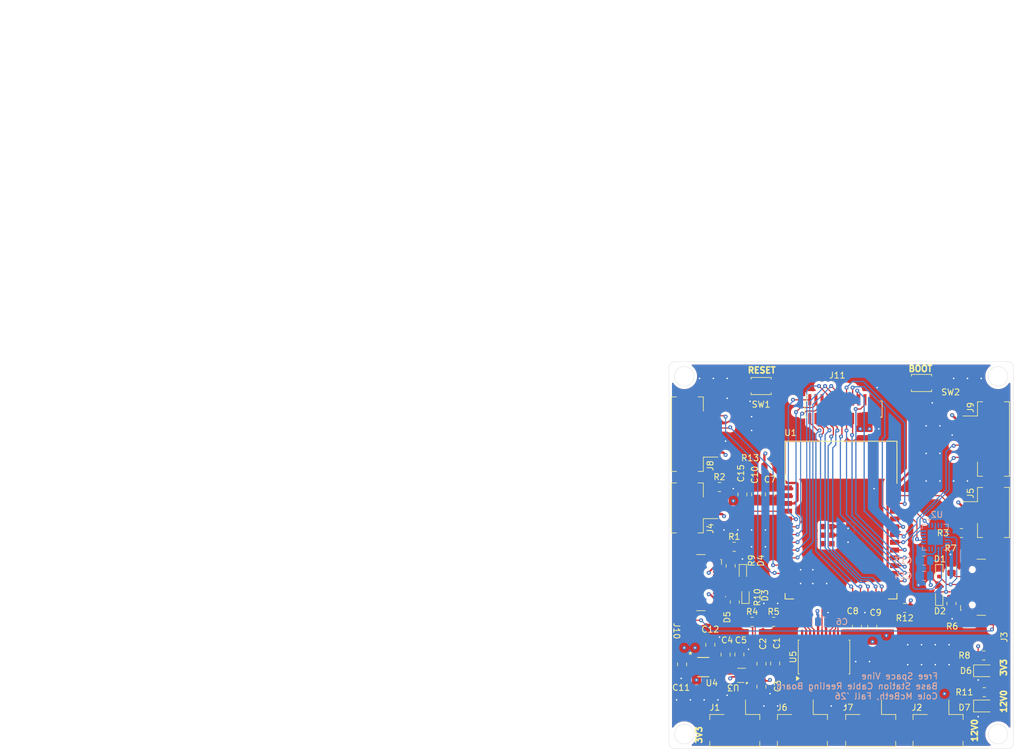
<source format=kicad_pcb>
(kicad_pcb (version 20241229) (generator "pcbnew") (generator_version "9.0")
  (layers (0 "F.Cu" signal) (4 "In1.Cu" signal) (6 "In2.Cu" signal) (2 "B.Cu" signal) (13 "F.Paste" user) (15 "B.Paste" user) (5 "F.SilkS" user "F.Silkscreen") (7 "B.SilkS" user "B.Silkscreen") (1 "F.Mask" user) (3 "B.Mask" user) (25 "Edge.Cuts" user))
  (net 0 "")
  (net 1 "GND")
  (net 2 "3V3_SUPPLY")
  (net 3 "3V3")
  (net 4 "3V3_USB")
  (net 5 "12V0")
  (net 6 "5V0")
  (net 7 "/USB2_Dp")
  (net 8 "/USB2_Dn")
  (net 9 "/USB1_Dp")
  (net 10 "/USB1_Dn")
  (net 13 "Net-(J3-CC1)")
  (net 16 "Net-(J3-CC2)")
  (net 17 "/SW1")
  (net 18 "/SW2")
  (net 19 "Net-(J6-Pin_1)")
  (net 20 "Net-(J6-Pin_2)")
  (net 21 "Net-(J7-Pin_1)")
  (net 22 "Net-(J7-Pin_2)")
  (net 23 "/ENCODER_AO1")
  (net 24 "/ENCODER_AO2")
  (net 25 "/ENCODER_BO2")
  (net 26 "/ENCODER_BO1")
  (net 27 "Net-(J10-CC1)")
  (net 28 "Net-(J10-CC2)")
  (net 29 "Net-(U3-PR1)")
  (net 30 "/MOTOR_BIN1")
  (net 31 "/MOTOR_AIN1")
  (net 32 "/RXD0")
  (net 33 "/MOTOR_BIN2")
  (net 34 "/MOTOR_AIN2")
  (net 35 "/MOTOR_PWMA")
  (net 36 "/TXD0")
  (net 37 "/MOTOR_STBY")
  (net 38 "/MOTOR_PWMB")
  (net 44 "Net-(U2-3V3OUT)")
  (net 52 "CHASSIS")
  (net 53 "/IO42")
  (net 54 "/IO14")
  (net 55 "/IO7")
  (net 56 "/IO47")
  (net 57 "/IO36")
  (net 58 "/IO18")
  (net 59 "/IO35")
  (net 60 "/IO15")
  (net 61 "/IO17")
  (net 62 "/IO2")
  (net 63 "/IO8")
  (net 64 "/IO45")
  (net 65 "/IO48")
  (net 66 "/IO39")
  (net 67 "/IO16")
  (net 68 "/IO5")
  (net 69 "/IO21")
  (net 70 "/IO6")
  (net 71 "Net-(D6-A)")
  (net 72 "Net-(D7-A)")
  (net 73 "Net-(U1-IO0)")
  (net 74 "Net-(U1-EN)")
  (footprint "Capacitor_SMD:C_0805_2012Metric" (layer "F.Cu") (at 116 105 90)
    (property "Reference" "C12")
    (property "Value" "1u")
  )
  (footprint "Resistor_SMD:R_0805_2012Metric" (layer "F.Cu") (at 157 86.75 180)
    (property "Reference" "R3")
    (property "Value" "10k")
  )
  (footprint "Capacitor_SMD:C_0805_2012Metric" (layer "F.Cu") (at 139.95 102.05 90)
    (property "Reference" "C8")
    (property "Value" "0.1u")
  )
  (footprint "Resistor_SMD:R_0805_2012Metric" (layer "F.Cu") (at 119.325 92.11 90)
    (property "Reference" "R9")
    (property "Value" "5.1k")
  )
  (footprint "Resistor_SMD:R_0805_2012Metric" (layer "F.Cu") (at 126.3375 101.25)
    (property "Reference" "R5")
    (property "Value" "10k")
  )
  (footprint "TCR2EF33_LM_CT:SOT-25   SMV_TOS" (layer "F.Cu") (at 114.8556 108.649999)
    (property "Reference" "U4")
    (property "Value" "TCR2EF33_LMCT")
  )
  (footprint "Capacitor_SMD:C_0805_2012Metric" (layer "F.Cu") (at 123.5 80.45 90)
    (property "Reference" "C10")
    (property "Value" "10u")
  )
  (footprint "Capacitor_SMD:C_0805_2012Metric" (layer "F.Cu") (at 120.75 106.6 90)
    (property "Reference" "C5")
    (property "Value" "4.7u")
  )
  (footprint "Resistor_SMD:R_0805_2012Metric" (layer "F.Cu") (at 120 98.0225 -90)
    (property "Reference" "R10")
    (property "Value" "5.1k")
  )
  (footprint "Diode_SMD:D_SOD-523" (layer "F.Cu") (at 121.325 93.16 -90)
    (property "Reference" "D4")
    (property "Value" "D_TVS")
  )
  (footprint "LED_SMD:LED_0805_2012Metric" (layer "F.Cu") (at 160.6875 115)
    (property "Reference" "D7")
    (property "Value" "LED")
  )
  (footprint "Capacitor_SMD:C_0805_2012Metric" (layer "F.Cu") (at 125.75 80.45 90)
    (property "Reference" "C7")
    (property "Value" "0.1u")
  )
  (footprint "Connector_JST:JST_PH_B2B-PH-SM4-TB_1x02-1MP_P2.00mm_Vertical" (layer "F.Cu") (at 120 117.25 180)
    (property "Reference" "J1")
    (property "Value" "Conn_01x02_Pin")
  )
  (footprint "Connector_JST:JST_PH_B2B-PH-SM4-TB_1x02-1MP_P2.00mm_Vertical" (layer "F.Cu") (at 153.2 117.25 180)
    (property "Reference" "J2")
    (property "Value" "Conn_01x02_Pin")
  )
  (footprint "Resistor_SMD:R_0805_2012Metric" (layer "F.Cu") (at 117.5 79.25)
    (property "Reference" "R2")
    (property "Value" "10k")
  )
  (footprint "LED_SMD:LED_0805_2012Metric" (layer "F.Cu") (at 160.6875 109.25)
    (property "Reference" "D6")
    (property "Value" "LED")
  )
  (footprint "Connector_PinSocket_1.00mm:PinSocket_2x12_P1.00mm_Vertical_SMD" (layer "F.Cu") (at 137.75 66.525 90)
    (property "Reference" "J11")
    (property "Value" "Conn_02x12_Odd_Even")
  )
  (footprint "Diode_SMD:D_SOD-523" (layer "F.Cu") (at 153.39 97.31 90)
    (property "Reference" "D2")
    (property "Value" "D_TVS")
  )
  (footprint "Resistor_SMD:R_0805_2012Metric" (layer "F.Cu") (at 147.75 99 180)
    (property "Reference" "R12")
    (property "Value" "10k")
  )
  (footprint "Resistor_SMD:R_0805_2012Metric" (layer "F.Cu") (at 155.39 98.2725 -90)
    (property "Reference" "R6")
    (property "Value" "5.1k")
  )
  (footprint "Diode_SMD:D_SOD-523" (layer "F.Cu") (at 153.39 93.16 -90)
    (property "Reference" "D1")
    (property "Value" "D_TVS")
  )
  (footprint "Resistor_SMD:R_0805_2012Metric" (layer "F.Cu") (at 122.8375 101.25)
    (property "Reference" "R4")
    (property "Value" "10k")
  )
  (footprint "Package_SO:SSOP-24_5.3x8.2mm_P0.65mm" (layer "F.Cu") (at 134.575 107 90)
    (property "Reference" "U5")
    (property "Value" "TB6612FNG")
  )
  (footprint "Resistor_SMD:R_0805_2012Metric" (layer "F.Cu") (at 160.6625 106.75)
    (property "Reference" "R8")
    (property "Value" "260")
  )
  (footprint "Diode_SMD:D_0201_0603Metric_Pad0.64x0.40mm_HandSolder" (layer "F.Cu") (at 118.5 98.1825 -90)
    (property "Reference" "D5")
    (property "Value" "D_TVS")
  )
  (footprint "Connector_USB:USB_C_Receptacle_GCT_USB4110" (layer "F.Cu") (at 113.325 94.86 -90)
    (property "Reference" "J10")
    (property "Value" "USB_C_Receptacle_USB2.0_14P")
  )
  (footprint "ESP32-S3-WROOM-1-N16R8:ESP32-S3-WROOM-1_EXP" (layer "F.Cu") (at 137.35 84.64)
    (property "Reference" "U1")
    (property "Value" "ESP32-S3-WROOM-1-N16R8")
  )
  (footprint "Connector_JST:JST_PH_B2B-PH-SM4-TB_1x02-1MP_P2.00mm_Vertical" (layer "F.Cu") (at 142.2 117.25 180)
    (property "Reference" "J7")
    (property "Value" "Conn_01x02_Pin")
  )
  (footprint "Capacitor_SMD:C_0805_2012Metric" (layer "F.Cu") (at 124.35 108.1 90)
    (property "Reference" "C2")
    (property "Value" "0.1u")
  )
  (footprint "Connector_JST:JST_PH_B2B-PH-SM4-TB_1x02-1MP_P2.00mm_Vertical" (layer "F.Cu") (at 131.05 117.25 180)
    (property "Reference" "J6")
    (property "Value" "Conn_01x02_Pin")
  )
  (footprint "Resistor_SMD:R_0805_2012Metric" (layer "F.Cu") (at 160.75 112.75)
    (property "Reference" "R11")
    (property "Value" "2k")
  )
  (footprint "Connector_JST:JST_PH_B4B-PH-SM4-TB_1x04-1MP_P2.00mm_Vertical" (layer "F.Cu") (at 114 70.6 90)
    (property "Reference" "J8")
    (property "Value" "Conn_01x04")
  )
  (footprint "Button_Switch_SMD:SW_SPST_B3U-1000P" (layer "F.Cu") (at 124.3 62.75)
    (property "Reference" "SW1")
    (property "Value" "SW_Push")
  )
  (footprint "Connector_USB:USB_C_Receptacle_GCT_USB4110" (layer "F.Cu") (at 161.39 95.61 90)
    (property "Reference" "J3")
    (property "Value" "USB_C_Receptacle_USB2.0_14P")
  )
  (footprint "Capacitor_SMD:C_0805_2012Metric" (layer "F.Cu") (at 121.25 80.45 90)
    (property "Reference" "C15")
    (property "Value" "1u")
  )
  (footprint "Resistor_SMD:R_0805_2012Metric" (layer "F.Cu") (at 155.39 92.36 90)
    (property "Reference" "R7")
    (property "Value" "5.1k")
  )
  (footprint "Capacitor_SMD:C_0805_2012Metric" (layer "F.Cu") (at 118.5 106.6 90)
    (property "Reference" "C4")
    (property "Value" "0.1u")
  )
  (footprint "Connector_JST:JST_PH_B4B-PH-SM4-TB_1x04-1MP_P2.00mm_Vertical" (layer "F.Cu") (at 160.5 71.4 -90)
    (property "Reference" "J9")
    (property "Value" "Conn_01x04")
  )
  (footprint "Button_Switch_SMD:SW_SPST_B3U-1000P" (layer "F.Cu") (at 150.5 62.25 180)
    (property "Reference" "SW2")
    (property "Value" "SW_Push")
  )
  (footprint "Resistor_SMD:R_0805_2012Metric" (layer "F.Cu") (at 119.9125 89)
    (property "Reference" "R1")
    (property "Value" "1M")
  )
  (footprint "Capacitor_SMD:C_0805_2012Metric" (layer "F.Cu") (at 126.6 108.05 90)
    (property "Reference" "C1")
    (property "Value" "4.7u")
  )
  (footprint "Capacitor_SMD:C_0805_2012Metric" (layer "F.Cu") (at 111.4 108.2 -90)
    (property "Reference" "C11")
    (property "Value" "0.1u")
  )
  (footprint "Connector_JST:JST_PH_B2B-PH-SM4-TB_1x02-1MP_P2.00mm_Vertical" (layer "F.Cu") (at 160.5 83.4 -90)
    (property "Reference" "J5")
    (property "Value" "Conn_01x02_Pin")
  )
  (footprint "Diode_SMD:D_SOD-523" (layer "F.Cu") (at 121.75 97 90)
    (property "Reference" "D3")
    (property "Value" "D_TVS")
  )
  (footprint "Capacitor_SMD:C_0805_2012Metric" (layer "F.Cu") (at 124.35 111.85 -90)
    (property "Reference" "C3")
    (property "Value" "1u")
  )
  (footprint "Package_TO_SOT_SMD:SOT-583-8" (layer "F.Cu") (at 121.11 110 180)
    (property "Reference" "U3")
    (property "Value" "TPS2116DRL")
  )
  (footprint "Capacitor_SMD:C_0805_2012Metric" (layer "F.Cu") (at 142.45 102.05 90)
    (property "Reference" "C9")
    (property "Value" "4.7u")
  )
  (footprint "Connector_JST:JST_PH_B2B-PH-SM4-TB_1x02-1MP_P2.00mm_Vertical" (layer "F.Cu") (at 114 82.65 90)
    (property "Reference" "J4")
    (property "Value" "Conn_01x02_Pin")
  )
  (footprint "Resistor_SMD:R_0805_2012Metric" (layer "F.Cu") (at 125.75 76)
    (property "Reference" "R13")
    (property "Value" "10k")
  )
  (footprint "Package_DFN_QFN:QFN-20-1EP_4x4mm_P0.5mm_EP2.5x2.5mm" (layer "B.Cu") (at 152.75 87.4375 -90)
    (property "Reference" "U2")
    (property "Value" "FT231XQ")
  )
  (footprint "Capacitor_SMD:C_0805_2012Metric" (layer "B.Cu") (at 134.55 101.25)
    (property "Reference" "C6")
    (property "Value" "0.1u")
  )
  (footprint "Capacitor_SMD:C_0805_2012Metric" (layer "B.Cu") (at 150.95 93.75 180)
    (property "Reference" "C14")
    (property "Value" "4.7u")
  )
  (footprint "Capacitor_SMD:C_0805_2012Metric" (layer "B.Cu") (at 150.95 91.25 180)
    (property "Reference" "C13")
    (property "Value" "0.1u")
  )
  (gr_line (start 165.5 59.75) (end 165.5 121) (stroke (width 0.05)) (layer "Edge.Cuts"))
  (gr_arc (start 110.25 122) (mid 109.542893 121.707107) (end 109.25 121) (stroke (width 0.05)) (layer "Edge.Cuts"))
  (gr_line (start 109.25 121) (end 109.25 59.75) (stroke (width 0.05)) (layer "Edge.Cuts"))
  (gr_line (start 110.25 58.75) (end 164.5 58.75) (stroke (width 0.05)) (layer "Edge.Cuts"))
  (gr_circle (center 163 61.15) (end 164.6 61.15) (stroke (width 0.05)) (fill no) (layer "Edge.Cuts"))
  (gr_circle (center 163 119.6) (end 164.6 119.6) (stroke (width 0.05)) (fill no) (layer "Edge.Cuts"))
  (gr_line (start 164.5 122) (end 110.25 122) (stroke (width 0.05)) (layer "Edge.Cuts"))
  (gr_arc (start 164.5 58.75) (mid 165.207107 59.042893) (end 165.5 59.75) (stroke (width 0.05)) (layer "Edge.Cuts"))
  (gr_circle (center 111.75 61.15) (end 113.35 61.15) (stroke (width 0.05)) (fill no) (layer "Edge.Cuts"))
  (gr_arc (start 165.5 121) (mid 165.207107 121.707107) (end 164.5 122) (stroke (width 0.05)) (layer "Edge.Cuts"))
  (gr_circle (center 111.75 119.6) (end 113.35 119.6) (stroke (width 0.05)) (fill no) (layer "Edge.Cuts"))
  (gr_arc (start 109.25 59.75) (mid 109.542893 59.042893) (end 110.25 58.75) (stroke (width 0.05)) (layer "Edge.Cuts"))
  (gr_text "3V3" (at 114.75 121.25 90) (layer "F.SilkS") (effects (font (size 0.9906 0.9906) (thickness 0.24765) (bold yes)) (justify left bottom)))
  (gr_text "RESET" (at 122 60.75 0) (layer "F.SilkS") (effects (font (size 0.9906 0.9906) (thickness 0.24765) (bold yes)) (justify left bottom)))
  (gr_text "12V0" (at 159.75 121 90) (layer "F.SilkS") (effects (font (size 0.9906 0.9906) (thickness 0.24765) (bold yes)) (justify left bottom)))
  (gr_text "3V3" (at 164.5 110.25 90) (layer "F.SilkS") (effects (font (size 0.9906 0.9906) (thickness 0.24765) (bold yes)) (justify left bottom)))
  (gr_text "BOOT" (at 148.25 60.5 0) (layer "F.SilkS") (effects (font (size 0.9906 0.9906) (thickness 0.24765) (bold yes)) (justify left bottom)))
  (gr_text "12V0" (at 164.5 116.25 90) (layer "F.SilkS") (effects (font (size 0.9906 0.9906) (thickness 0.24765) (bold yes)) (justify left bottom)))
  (gr_text "Free Space Vine\nBase Station Cable Reeling Board\nCole McBeth, Fall '26" (at 153.25 114 0) (layer "B.SilkS") (effects (font (size 1.016 1.016) (thickness 0.1524)) (justify left bottom mirror)))
  (segment (start 111.4 110.35) (end 111.25 110.5) (width 0.381) (layer "F.Cu") (net 1))
  (segment (start 113.7112 108.649999) (end 111.900001 108.649999) (width 0.381) (layer "F.Cu") (net 1))
  (segment (start 125.55 112.8) (end 125.75 113) (width 0.254) (layer "F.Cu") (net 1))
  (segment (start 119 113.5) (end 118.75 113.25) (width 0.381) (layer "F.Cu") (net 1))
  (segment (start 134.9 103.5) (end 134.9 100.363633) (width 0.381) (layer "F.Cu") (net 1))
  (segment (start 122.6 62.75) (end 122.6 65.15) (width 0.381) (layer "F.Cu") (net 1))
  (segment (start 114.5 71.6) (end 118.35 71.6) (width 0.381) (layer "F.Cu") (net 1))
  (segment (start 119 116.75) (end 119 113.5) (width 0.381) (layer "F.Cu") (net 1))
  (segment (start 160 70.4) (end 155.85 70.4) (width 0.381) (layer "F.Cu") (net 1))
  (segment (start 155.85 70.4) (end 155.5 70.75) (width 0.381) (layer "F.Cu") (net 1))
  (segment (start 122.3 110.75) (end 124.35 112.8) (width 0.254) (layer "F.Cu") (net 1))
  (segment (start 121.85 110.75) (end 122.3 110.75) (width 0.254) (layer "F.Cu") (net 1))
  (segment (start 135.2323 100.031333) (end 135.2323 99.75) (width 0.381) (layer "F.Cu") (net 1))
  (segment (start 159.75 115) (end 159.75 116.75) (width 0.1778) (layer "F.Cu") (net 1))
  (segment (start 124.35 112.8) (end 125.55 112.8) (width 0.254) (layer "F.Cu") (net 1))
  (segment (start 118.35 71.6) (end 118.5 71.75) (width 0.381) (layer "F.Cu") (net 1))
  (segment (start 122.6 65.15) (end 122.5 65.25) (width 0.381) (layer "F.Cu") (net 1))
  (segment (start 152.2 63) (end 152.2 65.45) (width 0.381) (layer "F.Cu") (net 1))
  (segment (start 134.9 100.363633) (end 135.2323 100.031333) (width 0.381) (layer "F.Cu") (net 1))
  (segment (start 111.900001 108.649999) (end 111.4 109.15) (width 0.381) (layer "F.Cu") (net 1))
  (segment (start 152.2 65.45) (end 152.25 65.5) (width 0.381) (layer "F.Cu") (net 1))
  (segment (start 111.4 109.15) (end 111.4 110.35) (width 0.381) (layer "F.Cu") (net 1))
  (via (at 122.25 105.75) (size 0.6604) (drill 0.254) (layers "F.Cu" "B.Cu") (net 1))
  (via (at 130.75 92.75) (size 0.6604) (drill 0.254) (layers "F.Cu" "B.Cu") (net 1))
  (via (at 155.25 90.25) (size 0.6604) (drill 0.254) (layers "F.Cu" "B.Cu") (net 1))
  (via (at 150 95.25) (size 0.6604) (drill 0.254) (layers "F.Cu" "B.Cu") (net 1))
  (via (at 122.75 70) (size 0.6604) (drill 0.254) (layers "F.Cu" "B.Cu") (net 1))
  (via (at 141.25 99.75) (size 0.6604) (drill 0.254) (layers "F.Cu" "B.Cu") (net 1))
  (via (at 118.75 61.5) (size 0.6604) (drill 0.254) (layers "F.Cu" "B.Cu") (net 1))
  (via (at 151.25 78.25) (size 0.6604) (drill 0.254) (layers "F.Cu" "B.Cu") (net 1))
  (via (at 115 114) (size 0.6604) (drill 0.254) (layers "F.Cu" "B.Cu") (net 1))
  (via (at 125.75 113) (size 0.6604) (drill 0.254) (layers "F.Cu" "B.Cu") (net 1))
  (via (at 155.75 61.5) (size 0.6604) (drill 0.254) (layers "F.Cu" "B.Cu") (net 1))
  (via (at 118.5 71.75) (size 0.6604) (drill 0.254) (layers "F.Cu" "B.Cu") (net 1))
  (via (at 122.75 89) (size 0.6604) (drill 0.254) (layers "F.Cu" "B.Cu") (net 1))
  (via (at 158 78.25) (size 0.6604) (drill 0.254) (layers "F.Cu" "B.Cu") (net 1))
  (via (at 111.25 110.5) (size 0.6604) (drill 0.254) (layers "F.Cu" "B.Cu") (net 1))
  (via (at 139.75 107.75) (size 0.6604) (drill 0.254) (layers "F.Cu" "B.Cu") (net 1))
  (via (at 143.25 63) (size 0.6604) (drill 0.254) (layers "F.Cu" "B.Cu") (net 1))
  (via (at 155.75 78.25) (size 0.6604) (drill 0.254) (layers "F.Cu" "B.Cu") (net 1))
  (via (at 143.5 69.75) (size 0.6604) (drill 0.254) (layers "F.Cu" "B.Cu") (net 1))
  (via (at 159.75 110.75) (size 0.6604) (drill 0.254) (layers "F.Cu" "B.Cu") (net 1))
  (via (at 152.25 65.5) (size 0.6604) (drill 0.254) (layers "F.Cu" "B.Cu") (net 1))
  (via (at 155 105) (size 0.6604) (drill 0.254) (layers "F.Cu" "B.Cu") (net 1))
  (via (at 155.5 70.75) (size 0.6604) (drill 0.254) (layers "F.Cu" "B.Cu") (net 1))
  (via (at 138.5 88.25) (size 0.6604) (drill 0.254) (layers "F.Cu" "B.Cu") (net 1))
  (via (at 148.25 105) (size 0.6604) (drill 0.254) (layers "F.Cu" "B.Cu") (net 1))
  (via (at 152.75 105) (size 0.6604) (drill 0.254) (layers "F.Cu" "B.Cu") (net 1))
  (via (at 119.75 79.5) (size 0.6604) (drill 0.254) (layers "F.Cu" "B.Cu") (net 1))
  (via (at 117.25 114) (size 0.6604) (drill 0.254) (layers "F.Cu" "B.Cu") (net 1))
  (via (at 116.5 61.5) (size 0.6604) (drill 0.254) (layers "F.Cu" "B.Cu") (net 1))
  (via (at 117.5 103.75) (size 0.6604) (drill 0.254) (layers "F.Cu" "B.Cu") (net 1))
  (via (at 118.75 113.25) (size 0.6604) (drill 0.254) (layers "F.Cu" "B.Cu") (net 1))
  (via (at 150.25 115.25) (size 0.6604) (drill 0.254) (layers "F.Cu" "B.Cu") (net 1))
  (via (at 135.2323 99.75) (size 0.6604) (drill 0.254) (layers "F.Cu" "B.Cu") (net 1))
  (via (at 138.5 86) (size 0.6604) (drill 0.254) (layers "F.Cu" "B.Cu") (net 1))
  (via (at 124.75 115) (size 0.6604) (drill 0.254) (layers "F.Cu" "B.Cu") (net 1))
  (via (at 125 89) (size 0.6604) (drill 0.254) (layers "F.Cu" "B.Cu") (net 1))
  (via (at 151.25 73.75) (size 0.6604) (drill 0.254) (layers "F.Cu" "B.Cu") (net 1))
  (via (at 122.5 65.25) (size 0.6604) (drill 0.254) (layers "F.Cu" "B.Cu") (net 1))
  (via (at 153.5 69.25) (size 0.6604) (drill 0.254) (layers "F.Cu" "B.Cu") (net 1))
  (via (at 153.5 73.75) (size 0.6604) (drill 0.254) (layers "F.Cu" "B.Cu") (net 1))
  (via (at 112.75 114) (size 0.6604) (drill 0.254) (layers "F.Cu" "B.Cu") (net 1))
  (via (at 122.75 86.25) (size 0.6604) (drill 0.254) (layers "F.Cu" "B.Cu") (net 1))
  (via (at 151.25 69.25) (size 0.6604) (drill 0.254) (layers "F.Cu" "B.Cu") (net 1))
  (via (at 132.75 95) (size 0.6604) (drill 0.254) (layers "F.Cu" "B.Cu") (net 1))
  (via (at 125 86.25) (size 0.6604) (drill 0.254) (layers "F.Cu" "B.Cu") (net 1))
  (via (at 127 115) (size 0.6604) (drill 0.254) (layers "F.Cu" "B.Cu") (net 1))
  (via (at 135 95) (size 0.6604) (drill 0.254) (layers "F.Cu" "B.Cu") (net 1))
  (via (at 118.75 64.75) (size 0.6604) (drill 0.254) (layers "F.Cu" "B.Cu") (net 1))
  (via (at 153.5 78.25) (size 0.6604) (drill 0.254) (layers "F.Cu" "B.Cu") (net 1))
  (via (at 138 115) (size 0.6604) (drill 0.254) (layers "F.Cu" "B.Cu") (net 1))
  (via (at 114.25 61.5) (size 0.6604) (drill 0.254) (layers "F.Cu" "B.Cu") (net 1))
  (via (at 152.75 108.25) (size 0.6604) (drill 0.254) (layers "F.Cu" "B.Cu") (net 1))
  (via (at 132.75 92.75) (size 0.6604) (drill 0.254) (layers "F.Cu" "B.Cu") (net 1))
  (via (at 130.75 95) (size 0.6604) (drill 0.254) (layers "F.Cu" "B.Cu") (net 1))
  (via (at 159.75 116.75) (size 0.6604) (drill 0.254) (layers "F.Cu" "B.Cu") (net 1))
  (via (at 121.25 91) (size 0.6604) (drill 0.254) (layers "F.Cu" "B.Cu") (net 1))
  (via (at 118.25 86.25) (size 0.6604) (drill 0.254) (layers "F.Cu" "B.Cu") (net 1))
  (via (at 158 61.5) (size 0.6604) (drill 0.254) (layers "F.Cu" "B.Cu") (net 1))
  (via (at 160.25 61.5) (size 0.6604) (drill 0.254) (layers "F.Cu" "B.Cu") (net 1))
  (via (at 150.5 105) (size 0.6604) (drill 0.254) (layers "F.Cu" "B.Cu") (net 1))
  (via (at 110.5 114) (size 0.6604) (drill 0.254) (layers "F.Cu" "B.Cu") (net 1))
  (via (at 148.25 108.25) (size 0.6604) (drill 0.254) (layers "F.Cu" "B.Cu") (net 1))
  (via (at 127 98.25) (size 0.6604) (drill 0.254) (layers "F.Cu" "B.Cu") (net 1))
  (via (at 155.5 100.75) (size 0.6604) (drill 0.254) (layers "F.Cu" "B.Cu") (net 1))
  (via (at 122.75 67.75) (size 0.6604) (drill 0.254) (layers "F.Cu" "B.Cu") (net 1))
  (via (at 142.75 79.5) (size 0.6604) (drill 0.254) (layers "F.Cu" "B.Cu") (net 1))
  (via (at 120.5 86.25) (size 0.6604) (drill 0.254) (layers "F.Cu" "B.Cu") (net 1))
  (via (at 135.75 115) (size 0.6604) (drill 0.254) (layers "F.Cu" "B.Cu") (net 1))
  (via (at 155 108.25) (size 0.6604) (drill 0.254) (layers "F.Cu" "B.Cu") (net 1))
  (via (at 142 107.75) (size 0.6604) (drill 0.254) (layers "F.Cu" "B.Cu") (net 1))
  (via (at 124.75 98.25) (size 0.6604) (drill 0.254) (layers "F.Cu" "B.Cu") (net 1))
  (via (at 150.5 108.25) (size 0.6604) (drill 0.254) (layers "F.Cu" "B.Cu") (net 1))
  (segment (start 152.75 85.5) (end 152.75 87.4375) (width 0.254) (layer "B.Cu") (net 1))
  (segment (start 152.394484 90.197) (end 151.053 90.197) (width 0.254) (layer "B.Cu") (net 1))
  (segment (start 152.75 89.841484) (end 152.394484 90.197) (width 0.254) (layer "B.Cu") (net 1))
  (segment (start 135.2323 100.9823) (end 135.5 101.25) (width 0.381) (layer "B.Cu") (net 1))
  (segment (start 151.053 90.197) (end 150 91.25) (width 0.254) (layer "B.Cu") (net 1))
  (segment (start 150 93.75) (end 150 95.25) (width 0.254) (layer "B.Cu") (net 1))
  (segment (start 152.75 89.375) (end 152.75 89.841484) (width 0.254) (layer "B.Cu") (net 1))
  (segment (start 135.2323 99.75) (end 135.2323 100.9823) (width 0.381) (layer "B.Cu") (net 1))
  (segment (start 152.75 89.375) (end 152.75 87.4375) (width 0.254) (layer "B.Cu") (net 1))
  (segment (start 150 91.25) (end 150 93.75) (width 0.254) (layer "B.Cu") (net 1))
  (segment (start 121.089521 109.089521) (end 122.9182 107.260842) (width 0.254) (layer "F.Cu") (net 2))
  (segment (start 126.55 109.05) (end 126.6 109) (width 0.254) (layer "F.Cu") (net 2))
  (segment (start 121.429042 109.75) (end 121.85 109.75) (width 0.254) (layer "F.Cu") (net 2))
  (segment (start 121.033 109.967) (end 121.339521 109.660479) (width 0.254) (layer "F.Cu") (net 2))
  (segment (start 121.187 116.563) (end 121 116.75) (width 0.254) (layer "F.Cu") (net 2))
  (segment (start 121.089521 109.410479) (end 121.089521 109.089521) (width 0.254) (layer "F.Cu") (net 2))
  (segment (start 121.339521 109.660479) (end 121.429042 109.75) (width 0.254) (layer "F.Cu") (net 2))
  (segment (start 124.35 109.05) (end 126.55 109.05) (width 0.254) (layer "F.Cu") (net 2))
  (segment (start 121.85 109.75) (end 123.65 109.75) (width 0.254) (layer "F.Cu") (net 2))
  (segment (start 121.089521 109.410479) (end 121.339521 109.660479) (width 0.254) (layer "F.Cu") (net 2))
  (segment (start 121.033 116.717) (end 121.033 109.967) (width 0.254) (layer "F.Cu") (net 2))
  (segment (start 123.65 109.75) (end 124.35 109.05) (width 0.254) (layer "F.Cu") (net 2))
  (segment (start 121 116.75) (end 121.033 116.717) (width 0.254) (layer "F.Cu") (net 2))
  (segment (start 122.9182 102.2432) (end 121.925 101.25) (width 0.254) (layer "F.Cu") (net 2))
  (segment (start 120.929042 109.25) (end 121.089521 109.410479) (width 0.254) (layer "F.Cu") (net 2))
  (segment (start 120.37 109.25) (end 120.929042 109.25) (width 0.254) (layer "F.Cu") (net 2))
  (segment (start 122.9182 107.260842) (end 122.9182 102.2432) (width 0.254) (layer "F.Cu") (net 2))
  (segment (start 118.1 73.6) (end 118.5 74) (width 0.381) (layer "F.Cu") (net 3))
  (segment (start 123.7 110.25) (end 124.35 110.9) (width 0.254) (layer "F.Cu") (net 3))
  (segment (start 117.9 83.65) (end 118.25 84) (width 0.381) (layer "F.Cu") (net 3))
  (segment (start 156.4 68.4) (end 155.5 67.5) (width 0.381) (layer "F.Cu") (net 3))
  (segment (start 148.6625 97.8375) (end 148.75 97.75) (width 0.381) (layer "F.Cu") (net 3))
  (segment (start 159.75 106.75) (end 159.75 105.25) (width 0.1778) (layer "F.Cu") (net 3))
  (segment (start 133.5 100.05) (end 133.6 100.15) (width 0.381) (layer "F.Cu") (net 3))
  (segment (start 114.5 83.65) (end 117.9 83.65) (width 0.381) (layer "F.Cu") (net 3))
  (segment (start 124.35 110.9) (end 125.6 110.9) (width 0.254) (layer "F.Cu") (net 3))
  (segment (start 133.6 100.15) (end 133.6 103.5) (width 0.381) (layer "F.Cu") (net 3))
  (segment (start 124.8375 73.9125) (end 125 73.75) (width 0.381) (layer "F.Cu") (net 3))
  (segment (start 160 82.4) (end 157.15 82.4) (width 0.381) (layer "F.Cu") (net 3))
  (segment (start 120.37 110.25) (end 119.5 110.25) (width 0.254) (layer "F.Cu") (net 3))
  (segment (start 157.15 82.4) (end 156.5 81.75) (width 0.381) (layer "F.Cu") (net 3))
  (segment (start 148.6625 99) (end 148.6625 97.8375) (width 0.381) (layer "F.Cu") (net 3))
  (segment (start 121.85 110.25) (end 123.7 110.25) (width 0.254) (layer "F.Cu") (net 3))
  (segment (start 125.6 110.9) (end 125.75 110.75) (width 0.254) (layer "F.Cu") (net 3))
  (segment (start 124.8375 76) (end 124.8375 73.9125) (width 0.381) (layer "F.Cu") (net 3))
  (segment (start 119.5 110.25) (end 119.25 110.5) (width 0.254) (layer "F.Cu") (net 3))
  (segment (start 133.5 99.5) (end 133.5 100.05) (width 0.381) (layer "F.Cu") (net 3))
  (segment (start 160 68.4) (end 156.4 68.4) (width 0.381) (layer "F.Cu") (net 3))
  (segment (start 114.5 73.6) (end 118.1 73.6) (width 0.381) (layer "F.Cu") (net 3))
  (via (at 140.5 69.75) (size 0.6604) (drill 0.254) (layers "F.Cu" "B.Cu") (net 3))
  (via (at 118.5 74) (size 0.6604) (drill 0.254) (layers "F.Cu" "B.Cu") (net 3))
  (via (at 125 73.75) (size 0.6604) (drill 0.254) (layers "F.Cu" "B.Cu") (net 3))
  (via (at 155.5 67.5) (size 0.6604) (drill 0.254) (layers "F.Cu" "B.Cu") (net 3))
  (via (at 119.75 81.5) (size 0.6604) (drill 0.254) (layers "F.Cu" "B.Cu") (net 3))
  (via (at 159.75 105.25) (size 0.6604) (drill 0.254) (layers "F.Cu" "B.Cu") (net 3))
  (via (at 133.5 99.5) (size 0.6604) (drill 0.254) (layers "F.Cu" "B.Cu") (net 3))
  (via (at 148.75 97.75) (size 0.6604) (drill 0.254) (layers "F.Cu" "B.Cu") (net 3))
  (via (at 119.25 110.5) (size 0.6604) (drill 0.254) (layers "F.Cu" "B.Cu") (net 3))
  (via (at 142 69.75) (size 0.6604) (drill 0.254) (layers "F.Cu" "B.Cu") (net 3))
  (via (at 118.25 84) (size 0.6604) (drill 0.254) (layers "F.Cu" "B.Cu") (net 3))
  (via (at 152 95.25) (size 0.6604) (drill 0.254) (layers "F.Cu" "B.Cu") (net 3))
  (via (at 125.75 110.75) (size 0.6604) (drill 0.254) (layers "F.Cu" "B.Cu") (net 3))
  (via (at 156.5 81.75) (size 0.6604) (drill 0.254) (layers "F.Cu" "B.Cu") (net 3))
  (segment (start 133.5 99.5) (end 133.5 100.05) (width 0.381) (layer "B.Cu") (net 3))
  (segment (start 153.25 89.375) (end 153.25 91) (width 0.254) (layer "B.Cu") (net 3))
  (segment (start 151.9 93.75) (end 151.9 95.15) (width 0.254) (layer "B.Cu") (net 3))
  (segment (start 133.6 100.15) (end 133.6 101.25) (width 0.381) (layer "B.Cu") (net 3))
  (segment (start 153.25 91) (end 153 91.25) (width 0.254) (layer "B.Cu") (net 3))
  (segment (start 133.5 100.05) (end 133.6 100.15) (width 0.381) (layer "B.Cu") (net 3))
  (segment (start 151.9 95.15) (end 152 95.25) (width 0.254) (layer "B.Cu") (net 3))
  (segment (start 151.9 91.25) (end 151.9 93.75) (width 0.254) (layer "B.Cu") (net 3))
  (segment (start 153 91.25) (end 151.9 91.25) (width 0.254) (layer "B.Cu") (net 3))
  (segment (start 118.050002 109.75) (end 120.37 109.75) (width 0.254) (layer "F.Cu") (net 4))
  (segment (start 116 107.699998) (end 118.050002 109.75) (width 0.254) (layer "F.Cu") (net 4))
  (segment (start 131 103.5) (end 131 104.497858) (width 0.381) (layer "F.Cu") (net 5))
  (segment (start 154.2 113.05) (end 154.25 113) (width 0.381) (layer "F.Cu") (net 5))
  (segment (start 131.343642 104.8415) (end 137.156358 104.8415) (width 0.381) (layer "F.Cu") (net 5))
  (segment (start 131 104.497858) (end 131.343642 104.8415) (width 0.381) (layer "F.Cu") (net 5))
  (segment (start 137.5 104.497858) (end 137.5 103.5) (width 0.381) (layer "F.Cu") (net 5))
  (segment (start 137.156358 104.8415) (end 137.5 104.497858) (width 0.381) (layer "F.Cu") (net 5))
  (via (at 154.25 113) (size 0.6604) (drill 0.254) (layers "F.Cu" "B.Cu") (net 5))
  (via (at 142.5 104.5) (size 0.6604) (drill 0.254) (layers "F.Cu" "B.Cu") (net 5))
  (via (at 144.75 103.5) (size 0.6604) (drill 0.254) (layers "F.Cu" "B.Cu") (net 5))
  (segment (start 115.75 93.182072) (end 115.75 93.25) (width 0.3048) (layer "F.Cu") (net 6))
  (segment (start 116.472072 92.46) (end 115.75 93.182072) (width 0.3048) (layer "F.Cu") (net 6))
  (segment (start 117.005 97.26) (end 117.985 97.26) (width 0.3048) (layer "F.Cu") (net 6))
  (segment (start 113.661202 107.65) (end 113.7112 107.699998) (width 0.381) (layer "F.Cu") (net 6))
  (segment (start 115.75 96.75) (end 115.960113 96.75) (width 0.3048) (layer "F.Cu") (net 6))
  (segment (start 115.960113 96.75) (end 116.470113 97.26) (width 0.3048) (layer "F.Cu") (net 6))
  (segment (start 116.470113 97.26) (end 117.005 97.26) (width 0.3048) (layer "F.Cu") (net 6))
  (segment (start 117.985 97.26) (end 118.5 97.775) (width 0.3048) (layer "F.Cu") (net 6))
  (segment (start 117.005 92.46) (end 116.472072 92.46) (width 0.3048) (layer "F.Cu") (net 6))
  (via (at 113.75 110.75) (size 0.6604) (drill 0.254) (layers "F.Cu" "B.Cu") (net 6))
  (via (at 113.5 105.5) (size 0.6604) (drill 0.254) (layers "F.Cu" "B.Cu") (net 6))
  (via (at 115.75 93.25) (size 0.6604) (drill 0.254) (layers "F.Cu" "B.Cu") (net 6))
  (via (at 115.75 96.75) (size 0.6604) (drill 0.254) (layers "F.Cu" "B.Cu") (net 6))
  (via (at 111.75 105.5) (size 0.6604) (drill 0.254) (layers "F.Cu" "B.Cu") (net 6))
  (segment (start 156.8451 95.1549) (end 155.25 95.1549) (width 0.1778) (layer "F.Cu") (net 7))
  (segment (start 154.6849 95.1549) (end 153.39 93.86) (width 0.1778) (layer "F.Cu") (net 7))
  (segment (start 157.71 94.86) (end 157.116876 94.86) (width 0.1778) (layer "F.Cu") (net 7))
  (segment (start 156.8451 95.131776) (end 156.8451 95.1549) (width 0.1778) (layer "F.Cu") (net 7))
  (segment (start 155.25 95.1549) (end 154.6849 95.1549) (width 0.1778) (layer "F.Cu") (net 7))
  (segment (start 157.116876 95.86) (end 157.71 95.86) (width 0.1778) (layer "F.Cu") (net 7))
  (segment (start 157.116876 94.86) (end 156.8451 95.131776) (width 0.1778) (layer "F.Cu") (net 7))
  (segment (start 156.8451 95.1549) (end 156.8451 95.588224) (width 0.1778) (layer "F.Cu") (net 7))
  (segment (start 156.8451 95.588224) (end 157.116876 95.86) (width 0.1778) (layer "F.Cu") (net 7))
  (via (at 155.25 95.1549) (size 0.6604) (drill 0.254) (layers "F.Cu" "B.Cu") (net 7))
  (segment (start 156.25 94.1549) (end 155.25 95.1549) (width 0.1778) (layer "B.Cu") (net 7))
  (segment (start 156.25 87.75) (end 156.25 94.1549) (width 0.1778) (layer "B.Cu") (net 7))
  (segment (start 154.6875 87.4375) (end 155.9375 87.4375) (width 0.1778) (layer "B.Cu") (net 7))
  (segment (start 155.9375 87.4375) (end 156.25 87.75) (width 0.1778) (layer "B.Cu") (net 7))
  (segment (start 157.71 96.36) (end 154.5 96.36) (width 0.1778) (layer "F.Cu") (net 8))
  (segment (start 158.5749 95.631776) (end 158.5749 96.088224) (width 0.1778) (layer "F.Cu") (net 8))
  (segment (start 154.5 96.36) (end 153.64 96.36) (width 0.1778) (layer "F.Cu") (net 8))
  (segment (start 158.303124 95.36) (end 158.5749 95.631776) (width 0.1778) (layer "F.Cu") (net 8))
  (segment (start 153.64 96.36) (end 153.39 96.61) (width 0.1778) (layer "F.Cu") (net 8))
  (segment (start 158.303124 96.36) (end 157.71 96.36) (width 0.1778) (layer "F.Cu") (net 8))
  (segment (start 158.5749 96.088224) (end 158.303124 96.36) (width 0.1778) (layer "F.Cu") (net 8))
  (segment (start 157.71 95.36) (end 158.303124 95.36) (width 0.1778) (layer "F.Cu") (net 8))
  (via (at 154.5 96.36) (size 0.6604) (drill 0.254) (layers "F.Cu" "B.Cu") (net 8))
  (segment (start 155.3899 88.647702) (end 154.5 89.537602) (width 0.1778) (layer "B.Cu") (net 8))
  (segment (start 154.5 89.537602) (end 154.5 96.36) (width 0.1778) (layer "B.Cu") (net 8))
  (segment (start 155.099999 87.9375) (end 155.3899 88.227401) (width 0.1778) (layer "B.Cu") (net 8))
  (segment (start 155.3899 88.227401) (end 155.3899 88.647702) (width 0.1778) (layer "B.Cu") (net 8))
  (segment (start 154.6875 87.9375) (end 155.099999 87.9375) (width 0.1778) (layer "B.Cu") (net 8))
  (segment (start 117.005 94.61) (end 116.393914 94.61) (width 0.2032) (layer "F.Cu") (net 9))
  (segment (start 121.265 96.3) (end 121.75 96.3) (width 0.1778) (layer "F.Cu") (net 9))
  (segment (start 121.75 96.3) (end 122.75 96.3) (width 0.1778) (layer "F.Cu") (net 9))
  (segment (start 123.3 95.75) (end 128.46 95.75) (width 0.1778) (layer "F.Cu") (net 9))
  (segment (start 120.575 95.61) (end 121.265 96.3) (width 0.1778) (layer "F.Cu") (net 9))
  (segment (start 116.1274 95.3474) (end 116.39 95.61) (width 0.2032) (layer "F.Cu") (net 9))
  (segment (start 117.005 95.61) (end 120.575 95.61) (width 0.1778) (layer "F.Cu") (net 9))
  (segment (start 128.46 95.75) (end 128.6 95.89) (width 0.1778) (layer "F.Cu") (net 9))
  (segment (start 116.1274 94.876514) (end 116.1274 95.3474) (width 0.2032) (layer "F.Cu") (net 9))
  (segment (start 122.75 96.3) (end 123.3 95.75) (width 0.1778) (layer "F.Cu") (net 9))
  (segment (start 116.393914 94.61) (end 116.1274 94.876514) (width 0.2032) (layer "F.Cu") (net 9))
  (segment (start 116.39 95.61) (end 117.005 95.61) (width 0.2032) (layer "F.Cu") (net 9))
  (segment (start 117.825 95.11) (end 117.8699 95.0651) (width 0.1778) (layer "F.Cu") (net 10))
  (segment (start 117.8699 94.381776) (end 120.803224 94.381776) (width 0.1778) (layer "F.Cu") (net 10))
  (segment (start 117.598124 94.11) (end 117.005 94.11) (width 0.1778) (layer "F.Cu") (net 10))
  (segment (start 117.8699 95.0651) (end 117.8699 94.381776) (width 0.1778) (layer "F.Cu") (net 10))
  (segment (start 121.325 93.86) (end 122.085 94.62) (width 0.1778) (layer "F.Cu") (net 10))
  (segment (start 120.803224 94.381776) (end 121.325 93.86) (width 0.1778) (layer "F.Cu") (net 10))
  (segment (start 117.8699 94.381776) (end 117.598124 94.11) (width 0.1778) (layer "F.Cu") (net 10))
  (segment (start 117.005 95.11) (end 117.825 95.11) (width 0.1778) (layer "F.Cu") (net 10))
  (segment (start 122.085 94.62) (end 128.6 94.62) (width 0.1778) (layer "F.Cu") (net 10))
  (segment (start 155.39 97.36) (end 155.89 96.86) (width 0.1778) (layer "F.Cu") (net 13))
  (segment (start 155.89 96.86) (end 157.71 96.86) (width 0.1778) (layer "F.Cu") (net 13))
  (segment (start 155.9775 93.86) (end 157.71 93.86) (width 0.1778) (layer "F.Cu") (net 16))
  (segment (start 155.39 93.2725) (end 155.9775 93.86) (width 0.1778) (layer "F.Cu") (net 16))
  (segment (start 116.5875 79.25) (end 116.5875 79.5625) (width 0.1778) (layer "F.Cu") (net 17))
  (segment (start 118.79 83.19) (end 128.6 83.19) (width 0.1778) (layer "F.Cu") (net 17))
  (segment (start 116.5875 79.5625) (end 114.5 81.65) (width 0.1778) (layer "F.Cu") (net 17))
  (segment (start 117.25 81.65) (end 118.79 83.19) (width 0.1778) (layer "F.Cu") (net 17))
  (segment (start 114.5 81.65) (end 117.25 81.65) (width 0.1778) (layer "F.Cu") (net 17))
  (segment (start 157.9125 86.4875) (end 157.9125 86.75) (width 0.1778) (layer "F.Cu") (net 18))
  (segment (start 157.4 84.4) (end 153.65 80.65) (width 0.1778) (layer "F.Cu") (net 18))
  (segment (start 160 84.4) (end 157.9125 86.4875) (width 0.1778) (layer "F.Cu") (net 18))
  (segment (start 160 84.4) (end 157.4 84.4) (width 0.1778) (layer "F.Cu") (net 18))
  (segment (start 153.65 80.65) (end 146.1 80.65) (width 0.1778) (layer "F.Cu") (net 18))
  (segment (start 131.65 111.497858) (end 132.05 111.897858) (width 0.381) (layer "F.Cu") (net 19))
  (segment (start 131 110.5) (end 131.65 110.5) (width 0.381) (layer "F.Cu") (net 19))
  (segment (start 131.65 110.5) (end 131.65 111.497858) (width 0.381) (layer "F.Cu") (net 19))
  (segment (start 132.05 111.897858) (end 132.05 116.75) (width 0.381) (layer "F.Cu") (net 19))
  (segment (start 134.25 110.5) (end 133.6 110.5) (width 0.381) (layer "F.Cu") (net 20))
  (segment (start 130.05 109.2) (end 130.75 108.5) (width 0.381) (layer "F.Cu") (net 20))
  (segment (start 130.05 116.75) (end 130.05 109.2) (width 0.381) (layer "F.Cu") (net 20))
  (segment (start 133.199999 108.5) (end 133.6 108.900001) (width 0.381) (layer "F.Cu") (net 20))
  (segment (start 133.6 108.900001) (end 133.6 110.5) (width 0.381) (layer "F.Cu") (net 20))
  (segment (start 130.75 108.5) (end 133.199999 108.5) (width 0.381) (layer "F.Cu") (net 20))
  (segment (start 138.15 110.5) (end 139.7 110.5) (width 0.381) (layer "F.Cu") (net 21))
  (segment (start 143.2 114) (end 143.2 116.75) (width 0.381) (layer "F.Cu") (net 21))
  (segment (start 139.7 110.5) (end 143.2 114) (width 0.381) (layer "F.Cu") (net 21))
  (segment (start 137.5 110.5) (end 138.15 110.5) (width 0.381) (layer "F.Cu") (net 21))
  (segment (start 135.55 111.497858) (end 136.802142 112.75) (width 0.381) (layer "F.Cu") (net 22))
  (segment (start 140.25 112.75) (end 141.2 113.7) (width 0.381) (layer "F.Cu") (net 22))
  (segment (start 135.55 110.5) (end 135.55 111.497858) (width 0.381) (layer "F.Cu") (net 22))
  (segment (start 134.9 110.5) (end 135.55 110.5) (width 0.381) (layer "F.Cu") (net 22))
  (segment (start 136.802142 112.75) (end 140.25 112.75) (width 0.381) (layer "F.Cu") (net 22))
  (segment (start 141.2 113.7) (end 141.2 116.75) (width 0.381) (layer "F.Cu") (net 22))
  (segment (start 119.15 69.6) (end 119.25 69.5) (width 0.1778) (layer "F.Cu") (net 23))
  (segment (start 128.52 92) (end 128.6 92.08) (width 0.1778) (layer "F.Cu") (net 23))
  (segment (start 126.25 92) (end 128.52 92) (width 0.1778) (layer "F.Cu") (net 23))
  (segment (start 114.5 69.6) (end 119.15 69.6) (width 0.1778) (layer "F.Cu") (net 23))
  (via (at 126.25 92) (size 0.6604) (drill 0.254) (layers "F.Cu" "B.Cu") (net 23))
  (via (at 119.25 69.5) (size 0.6604) (drill 0.254) (layers "F.Cu" "B.Cu") (net 23))
  (segment (start 119.25 69.5) (end 126.25 76.5) (width 0.1778) (layer "B.Cu") (net 23))
  (segment (start 126.25 76.5) (end 126.25 92) (width 0.1778) (layer "B.Cu") (net 23))
  (segment (start 114.5 67.6) (end 118.35 67.6) (width 0.1778) (layer "F.Cu") (net 24))
  (segment (start 118.35 67.6) (end 118.5 67.75) (width 0.1778) (layer "F.Cu") (net 24))
  (segment (start 126.5 93.25) (end 126.6 93.35) (width 0.1778) (layer "F.Cu") (net 24))
  (segment (start 126.6 93.35) (end 128.6 93.35) (width 0.1778) (layer "F.Cu") (net 24))
  (via (at 118.5 67.75) (size 0.6604) (drill 0.254) (layers "F.Cu" "B.Cu") (net 24))
  (via (at 126.5 93.25) (size 0.6604) (drill 0.254) (layers "F.Cu" "B.Cu") (net 24))
  (segment (start 118.5 67.75) (end 118.5 70.25) (width 0.1778) (layer "B.Cu") (net 24))
  (segment (start 118.5 70.25) (end 123.75 75.5) (width 0.1778) (layer "B.Cu") (net 24))
  (segment (start 126 93.25) (end 126.5 93.25) (width 0.1778) (layer "B.Cu") (net 24))
  (segment (start 123.75 75.5) (end 123.75 91) (width 0.1778) (layer "B.Cu") (net 24))
  (segment (start 123.75 91) (end 126 93.25) (width 0.1778) (layer "B.Cu") (net 24))
  (segment (start 146.1 88.27) (end 147.48 88.27) (width 0.2) (layer "F.Cu") (net 25))
  (segment (start 147.48 88.27) (end 147.5 88.25) (width 0.2) (layer "F.Cu") (net 25))
  (segment (start 155.85 74.4) (end 155.75 74.5) (width 0.1778) (layer "F.Cu") (net 25))
  (segment (start 160 74.4) (end 155.85 74.4) (width 0.1778) (layer "F.Cu") (net 25))
  (via (at 155.75 74.5) (size 0.6604) (drill 0.254) (layers "F.Cu" "B.Cu") (net 25))
  (via (at 147.5 88.25) (size 0.6604) (drill 0.254) (layers "F.Cu" "B.Cu") (net 25))
  (segment (start 147.5 88.25) (end 147.75 88.25) (width 0.1778) (layer "B.Cu") (net 25))
  (segment (start 147.75 88.25) (end 150.25 85.75) (width 0.1778) (layer "B.Cu") (net 25))
  (segment (start 155 75.25) (end 155.75 74.5) (width 0.1778) (layer "B.Cu") (net 25))
  (segment (start 150.25 84.5) (end 155 79.75) (width 0.1778) (layer "B.Cu") (net 25))
  (segment (start 155 79.75) (end 155 75.25) (width 0.1778) (layer "B.Cu") (net 25))
  (segment (start 150.25 85.75) (end 150.25 84.5) (width 0.1778) (layer "B.Cu") (net 25))
  (segment (start 155.85 72.4) (end 155.75 72.5) (width 0.1778) (layer "F.Cu") (net 26))
  (segment (start 147.25 87) (end 146.1 87) (width 0.1778) (layer "F.Cu") (net 26))
  (segment (start 160 72.4) (end 155.85 72.4) (width 0.1778) (layer "F.Cu") (net 26))
  (segment (start 147.583584 87.333584) (end 147.25 87) (width 0.1778) (layer "F.Cu") (net 26))
  (via (at 155.75 72.5) (size 0.6604) (drill 0.254) (layers "F.Cu" "B.Cu") (net 26))
  (via (at 147.583584 87.333584) (size 0.6604) (drill 0.254) (layers "F.Cu" "B.Cu") (net 26))
  (segment (start 154.5 73.5) (end 155.5 72.5) (width 0.1778) (layer "B.Cu") (net 26))
  (segment (start 149.75 85.167168) (end 149.75 84.5) (width 0.1778) (layer "B.Cu") (net 26))
  (segment (start 149.8712 84.343096) (end 154.5 79.714296) (width 0.1778) (layer "B.Cu") (net 26))
  (segment (start 149.75 84.5) (end 149.8712 84.3788) (width 0.1778) (layer "B.Cu") (net 26))
  (segment (start 149.8712 84.3788) (end 149.8712 84.343096) (width 0.1778) (layer "B.Cu") (net 26))
  (segment (start 154.5 79.714296) (end 154.5 73.5) (width 0.1778) (layer "B.Cu") (net 26))
  (segment (start 147.583584 87.333584) (end 149.75 85.167168) (width 0.1778) (layer "B.Cu") (net 26))
  (segment (start 155.5 72.5) (end 155.75 72.5) (width 0.1778) (layer "B.Cu") (net 26))
  (segment (start 118.7375 93.61) (end 119.325 93.0225) (width 0.1778) (layer "F.Cu") (net 27))
  (segment (start 117.005 93.61) (end 118.7375 93.61) (width 0.1778) (layer "F.Cu") (net 27))
  (segment (start 118.825 96.61) (end 119.325 97.11) (width 0.1778) (layer "F.Cu") (net 28))
  (segment (start 117.005 96.61) (end 118.825 96.61) (width 0.1778) (layer "F.Cu") (net 28))
  (segment (start 119.325 97.11) (end 120 97.11) (width 0.1778) (layer "F.Cu") (net 28))
  (segment (start 123.75 101.25) (end 123.3351 101.6649) (width 0.1778) (layer "F.Cu") (net 29))
  (segment (start 125.425 101.25) (end 123.75 101.25) (width 0.1778) (layer "F.Cu") (net 29))
  (segment (start 123.3351 107.7649) (end 121.85 109.25) (width 0.1778) (layer "F.Cu") (net 29))
  (segment (start 123.3351 101.6649) (end 123.3351 107.7649) (width 0.1778) (layer "F.Cu") (net 29))
  (segment (start 135.55 102.645826) (end 135.55 103.5) (width 0.1778) (layer "F.Cu") (net 30))
  (segment (start 136 97.695) (end 136 102.195826) (width 0.1778) (layer "F.Cu") (net 30))
  (segment (start 135.445 97.14) (end 136 97.695) (width 0.1778) (layer "F.Cu") (net 30))
  (segment (start 136 102.195826) (end 135.55 102.645826) (width 0.1778) (layer "F.Cu") (net 30))
  (segment (start 132.564274 102.164275) (end 132.95 102.550001) (width 0.1778) (layer "F.Cu") (net 31))
  (segment (start 132.95 102.550001) (end 132.95 103.5) (width 0.1778) (layer "F.Cu") (net 31))
  (segment (start 132.905 97.14) (end 132.564274 97.480726) (width 0.1778) (layer "F.Cu") (net 31))
  (segment (start 132.564274 97.480726) (end 132.564274 102.164275) (width 0.1778) (layer "F.Cu") (net 31))
  (segment (start 146.1 84.46) (end 149.085 84.46) (width 0.1778) (layer "F.Cu") (net 32))
  (segment (start 149.085 84.46) (end 149.75 85.125) (width 0.1778) (layer "F.Cu") (net 32))
  (segment (start 149.75 85.125) (end 149.75 87.75) (width 0.1778) (layer "F.Cu") (net 32))
  (via (at 149.75 87.75) (size 0.6604) (drill 0.254) (layers "F.Cu" "B.Cu") (net 32))
  (segment (start 149.9375 87.9375) (end 150.8125 87.9375) (width 0.1778) (layer "B.Cu") (net 32))
  (segment (start 149.75 87.75) (end 149.9375 87.9375) (width 0.1778) (layer "B.Cu") (net 32))
  (segment (start 136.75 98.182196) (end 136.4712 98.460996) (width 0.1778) (layer "F.Cu") (net 33))
  (segment (start 136.3601 103.3399) (end 136.2 103.5) (width 0.1778) (layer "F.Cu") (net 33))
  (segment (start 136.4712 102.374626) (end 136.3601 102.485726) (width 0.1778) (layer "F.Cu") (net 33))
  (segment (start 136.3601 102.485726) (end 136.3601 103.3399) (width 0.1778) (layer "F.Cu") (net 33))
  (segment (start 136.4712 98.460996) (end 136.4712 102.374626) (width 0.1778) (layer "F.Cu") (net 33))
  (segment (start 136.715 97.14) (end 136.75 97.175) (width 0.1778) (layer "F.Cu") (net 33))
  (segment (start 136.75 97.175) (end 136.75 98.182196) (width 0.1778) (layer "F.Cu") (net 33))
  (segment (start 132.3 102.550001) (end 132.3 103.5) (width 0.1778) (layer "F.Cu") (net 34))
  (segment (start 131.635 97.14) (end 131.635 101.885001) (width 0.1778) (layer "F.Cu") (net 34))
  (segment (start 131.635 101.885001) (end 132.3 102.550001) (width 0.1778) (layer "F.Cu") (net 34))
  (segment (start 130.365 101.150705) (end 131.65 102.435705) (width 0.1778) (layer "F.Cu") (net 35))
  (segment (start 131.65 102.435705) (end 131.65 103.5) (width 0.1778) (layer "F.Cu") (net 35))
  (segment (start 130.365 97.14) (end 130.365 101.150705) (width 0.1778) (layer "F.Cu") (net 35))
  (segment (start 149.44 83.19) (end 146.1 83.19) (width 0.1778) (layer "F.Cu") (net 36))
  (segment (start 151 84.75) (end 149.44 83.19) (width 0.1778) (layer "F.Cu") (net 36))
  (via (at 151 84.75) (size 0.6604) (drill 0.254) (layers "F.Cu" "B.Cu") (net 36))
  (segment (start 151 84.75) (end 151.75 85.5) (width 0.1778) (layer "B.Cu") (net 36))
  (segment (start 134.175 97.14) (end 134.25 97.215) (width 0.1778) (layer "F.Cu") (net 37))
  (segment (start 134.25 97.215) (end 134.25 103.5) (width 0.1778) (layer "F.Cu") (net 37))
  (segment (start 137.985 97.14) (end 137.985 97.4829) (width 0.1778) (layer "F.Cu") (net 38))
  (segment (start 137.985 97.4829) (end 136.85 98.6179) (width 0.1778) (layer "F.Cu") (net 38))
  (segment (start 136.85 98.6179) (end 136.85 103.5) (width 0.1778) (layer "F.Cu") (net 38))
  (segment (start 153.75 89.375) (end 154.6875 88.4375) (width 0.1778) (layer "B.Cu") (net 44))
  (segment (start 149.1045 95.6045) (end 149.1045 87.482625) (width 0.1778) (layer "B.Cu") (net 44))
  (segment (start 153.75 89.375) (end 153.75 94.412875) (width 0.1778) (layer "B.Cu") (net 44))
  (segment (start 149.3955 95.8955) (end 149.1045 95.6045) (width 0.1778) (layer "B.Cu") (net 44))
  (segment (start 150.149625 86.4375) (end 150.8125 86.4375) (width 0.1778) (layer "B.Cu") (net 44))
  (segment (start 149.1045 87.482625) (end 150.149625 86.4375) (width 0.1778) (layer "B.Cu") (net 44))
  (segment (start 153.75 94.412875) (end 152.267375 95.8955) (width 0.1778) (layer "B.Cu") (net 44))
  (segment (start 152.267375 95.8955) (end 149.3955 95.8955) (width 0.1778) (layer "B.Cu") (net 44))
  (segment (start 118.25 89.75) (end 119 89) (width 0.1778) (layer "F.Cu") (net 52))
  (segment (start 112.5 99.97) (end 112.5 89.75) (width 0.1778) (layer "F.Cu") (net 52))
  (segment (start 162.215 102.285) (end 162.215 100.72) (width 0.1778) (layer "F.Cu") (net 52))
  (segment (start 162.215 90.5) (end 162.215 100.72) (width 0.1778) (layer "F.Cu") (net 52))
  (segment (start 116.43 99.97) (end 112.5 99.97) (width 0.1778) (layer "F.Cu") (net 52))
  (segment (start 116.43 89.75) (end 118.25 89.75) (width 0.1778) (layer "F.Cu") (net 52))
  (segment (start 112.5 99.97) (end 113.47 99.97) (width 0.1778) (layer "F.Cu") (net 52))
  (segment (start 162 102.5) (end 162.215 102.285) (width 0.1778) (layer "F.Cu") (net 52))
  (segment (start 162.215 100.72) (end 158.285 100.72) (width 0.1778) (layer "F.Cu") (net 52))
  (segment (start 113.53 101) (end 114.5 101) (width 0.1778) (layer "F.Cu") (net 52))
  (segment (start 158.285 90.5) (end 162.215 90.5) (width 0.1778) (layer "F.Cu") (net 52))
  (segment (start 112.5 99.97) (end 113.53 101) (width 0.1778) (layer "F.Cu") (net 52))
  (segment (start 116.43 89.75) (end 112.5 89.75) (width 0.1778) (layer "F.Cu") (net 52))
  (via (at 162 102.5) (size 0.6604) (drill 0.254) (layers "F.Cu" "B.Cu") (net 52))
  (via (at 114.5 101) (size 0.6604) (drill 0.254) (layers "F.Cu" "B.Cu") (net 52))
  (segment (start 116.25 102.75) (end 161.75 102.75) (width 0.1778) (layer "B.Cu") (net 52))
  (segment (start 161.75 102.75) (end 162 102.5) (width 0.1778) (layer "B.Cu") (net 52))
  (segment (start 114.5 101) (end 116.25 102.75) (width 0.1778) (layer "B.Cu") (net 52))
  (segment (start 146.1 85.73) (end 147.48 85.73) (width 0.2) (layer "F.Cu") (net 53))
  (segment (start 139.25 63) (end 139.25 65) (width 0.2) (layer "F.Cu") (net 53))
  (segment (start 147.48 85.73) (end 147.5 85.75) (width 0.2) (layer "F.Cu") (net 53))
  (via (at 139.25 63) (size 0.6604) (drill 0.254) (layers "F.Cu" "B.Cu") (net 53))
  (via (at 147.5 85.75) (size 0.6604) (drill 0.254) (layers "F.Cu" "B.Cu") (net 53))
  (segment (start 144.101 71.399) (end 144.101 82.351) (width 0.2) (layer "B.Cu") (net 53))
  (segment (start 144.101 82.351) (end 147.5 85.75) (width 0.2) (layer "B.Cu") (net 53))
  (segment (start 144.5 71) (end 144.101 71.399) (width 0.2) (layer "B.Cu") (net 53))
  (segment (start 144.5 66.25) (end 144.5 71) (width 0.2) (layer "B.Cu") (net 53))
  (segment (start 139.25 63) (end 139.3812 62.8688) (width 0.2) (layer "B.Cu") (net 53))
  (segment (start 139.3812 62.8688) (end 141.1188 62.8688) (width 0.2) (layer "B.Cu") (net 53))
  (segment (start 141.1188 62.8688) (end 144.5 66.25) (width 0.2) (layer "B.Cu") (net 53))
  (segment (start 132.25 68.725) (end 133.525 70) (width 0.2) (layer "F.Cu") (net 54))
  (segment (start 139.255 97.14) (end 139.255 95.755) (width 0.2) (layer "F.Cu") (net 54))
  (segment (start 133.525 70) (end 133.8389 70) (width 0.2) (layer "F.Cu") (net 54))
  (segment (start 132.25 68.05) (end 132.25 68.725) (width 0.2) (layer "F.Cu") (net 54))
  (segment (start 139.255 95.755) (end 139 95.5) (width 0.2) (layer "F.Cu") (net 54))
  (segment (start 132.25 68.75) (end 132.375 68.875) (width 0.2) (layer "F.Cu") (net 54))
  (segment (start 132.25 68.05) (end 132.25 68.75) (width 0.2) (layer "F.Cu") (net 54))
  (via (at 139 95.5) (size 0.6604) (drill 0.254) (layers "F.Cu" "B.Cu") (net 54))
  (via (at 133.8389 70) (size 0.6604) (drill 0.254) (layers "F.Cu" "B.Cu") (net 54))
  (segment (start 133.25 89.75) (end 133.25 70.5889) (width 0.2) (layer "B.Cu") (net 54))
  (segment (start 139 95.5) (end 133.25 89.75) (width 0.2) (layer "B.Cu") (net 54))
  (segment (start 133.25 70.5889) (end 133.8389 70) (width 0.2) (layer "B.Cu") (net 54))
  (segment (start 128.6 87) (end 130.25 87) (width 0.1778) (layer "F.Cu") (net 55))
  (segment (start 131 67.25) (end 131.25 67.25) (width 0.1778) (layer "F.Cu") (net 55))
  (segment (start 134.25 65.675) (end 134.25 65) (width 0.1778) (layer "F.Cu") (net 55))
  (segment (start 131.6649 66.8351) (end 133.0899 66.8351) (width 0.1778) (layer "F.Cu") (net 55))
  (segment (start 133.0899 66.8351) (end 134.25 65.675) (width 0.1778) (layer "F.Cu") (net 55))
  (segment (start 131.25 67.25) (end 131.6649 66.8351) (width 0.1778) (layer "F.Cu") (net 55))
  (via (at 130.25 87) (size 0.6604) (drill 0.254) (layers "F.Cu" "B.Cu") (net 55))
  (via (at 131 67.25) (size 0.6604) (drill 0.254) (layers "F.Cu" "B.Cu") (net 55))
  (segment (start 130.75 67.5) (end 130.75 83.837342) (width 0.1778) (layer "B.Cu") (net 55))
  (segment (start 130.9989 84.086242) (end 130.9989 86.2489) (width 0.1778) (layer "B.Cu") (net 55))
  (segment (start 131 67.25) (end 130.75 67.5) (width 0.1778) (layer "B.Cu") (net 55))
  (segment (start 130.9989 86.2489) (end 131 86.25) (width 0.1778) (layer "B.Cu") (net 55))
  (segment (start 131 86.25) (end 130.25 87) (width 0.1778) (layer "B.Cu") (net 55))
  (segment (start 130.75 83.837342) (end 130.9989 84.086242) (width 0.1778) (layer "B.Cu") (net 55))
  (segment (start 141.75 97.095) (end 141.795 97.14) (width 0.2) (layer "F.Cu") (net 56))
  (segment (start 134.25 68.6829) (end 135.463169 69.896069) (width 0.2) (layer "F.Cu") (net 56))
  (segment (start 134.25 68.05) (end 134.25 68.6829) (width 0.2) (layer "F.Cu") (net 56))
  (segment (start 135.463169 69.896069) (end 135.463169 69.975737) (width 0.2) (layer "F.Cu") (net 56))
  (segment (start 141.75 95.5) (end 141.75 97.095) (width 0.2) (layer "F.Cu") (net 56))
  (via (at 135.463169 69.975737) (size 0.6604) (drill 0.254) (layers "F.Cu" "B.Cu") (net 56))
  (via (at 141.75 95.5) (size 0.6604) (drill 0.254) (layers "F.Cu" "B.Cu") (net 56))
  (segment (start 134.75 70.688906) (end 134.75 89.1829) (width 0.2) (layer "B.Cu") (net 56))
  (segment (start 135.463169 69.975737) (end 134.75 70.688906) (width 0.2) (layer "B.Cu") (net 56))
  (segment (start 141.0839 94.8339) (end 141.75 95.5) (width 0.2) (layer "B.Cu") (net 56))
  (segment (start 135.463169 69.975737) (end 135.5 70.012568) (width 0.2) (layer "B.Cu") (net 56))
  (segment (start 140.401 94.8339) (end 141.0839 94.8339) (width 0.2) (layer "B.Cu") (net 56))
  (segment (start 134.75 89.1829) (end 140.401 94.8339) (width 0.2) (layer "B.Cu") (net 56))
  (segment (start 146.1 93.35) (end 147.65 93.35) (width 0.2) (layer "F.Cu") (net 57))
  (segment (start 138.25 68.05) (end 138.25 70) (width 0.2) (layer "F.Cu") (net 57))
  (segment (start 147.65 93.35) (end 147.75 93.25) (width 0.2) (layer "F.Cu") (net 57))
  (via (at 147.75 93.25) (size 0.6604) (drill 0.254) (layers "F.Cu" "B.Cu") (net 57))
  (via (at 138.25 70) (size 0.6604) (drill 0.254) (layers "F.Cu" "B.Cu") (net 57))
  (segment (start 138.25 83.75) (end 147.75 93.25) (width 0.2) (layer "B.Cu") (net 57))
  (segment (start 138.25 70) (end 138.25 83.75) (width 0.2) (layer "B.Cu") (net 57))
  (segment (start 141.25 65.777) (end 141.25 65) (width 0.2) (layer "F.Cu") (net 58))
  (segment (start 146.1 90.81) (end 147.69 90.81) (width 0.2) (layer "F.Cu") (net 58))
  (segment (start 139.75 66.5) (end 140.527 66.5) (width 0.2) (layer "F.Cu") (net 58))
  (segment (start 147.69 90.81) (end 147.75 90.75) (width 0.2) (layer "F.Cu") (net 58))
  (segment (start 140.527 66.5) (end 141.25 65.777) (width 0.2) (layer "F.Cu") (net 58))
  (via (at 147.75 90.75) (size 0.6604) (drill 0.254) (layers "F.Cu" "B.Cu") (net 58))
  (via (at 139.75 66.5) (size 0.6604) (drill 0.254) (layers "F.Cu" "B.Cu") (net 58))
  (segment (start 146.9329 90.75) (end 139.75 83.5671) (width 0.2) (layer "B.Cu") (net 58))
  (segment (start 139.7812 83.5359) (end 139.75 83.5671) (width 0.2) (layer "B.Cu") (net 58))
  (segment (start 147.75 90.75) (end 146.9329 90.75) (width 0.2) (layer "B.Cu") (net 58))
  (segment (start 139.7812 66.5312) (end 139.7812 83.5359) (width 0.2) (layer "B.Cu") (net 58))
  (segment (start 139.75 66.5) (end 139.7812 66.5312) (width 0.2) (layer "B.Cu") (net 58))
  (segment (start 137.5 70.85) (end 137.5 68.3) (width 0.2) (layer "F.Cu") (net 59))
  (segment (start 147.63 94.62) (end 147.75 94.5) (width 0.2) (layer "F.Cu") (net 59))
  (segment (start 146.1 94.62) (end 147.63 94.62) (width 0.2) (layer "F.Cu") (net 59))
  (segment (start 137.5 68.3) (end 137.25 68.05) (width 0.2) (layer "F.Cu") (net 59))
  (segment (start 137.35 71) (end 137.5 70.85) (width 0.2) (layer "F.Cu") (net 59))
  (via (at 147.75 94.5) (size 0.6604) (drill 0.254) (layers "F.Cu" "B.Cu") (net 59))
  (via (at 137.35 71) (size 0.6604) (drill 0.254) (layers "F.Cu" "B.Cu") (net 59))
  (segment (start 137.25 71.1) (end 137.25 83.75) (width 0.2) (layer "B.Cu") (net 59))
  (segment (start 137.25 83.75) (end 147.75 94.25) (width 0.2) (layer "B.Cu") (net 59))
  (segment (start 147.75 94.25) (end 147.75 94.5) (width 0.2) (layer "B.Cu") (net 59))
  (segment (start 137.35 71) (end 137.25 71.1) (width 0.2) (layer "B.Cu") (net 59))
  (segment (start 128.6 88.27) (end 130.23 88.27) (width 0.1778) (layer "F.Cu") (net 60))
  (segment (start 130.23 88.27) (end 130.25 88.25) (width 0.1778) (layer "F.Cu") (net 60))
  (segment (start 133.7548 62.75) (end 135.25 64.2452) (width 0.1778) (layer "F.Cu") (net 60))
  (segment (start 135.25 64.2452) (end 135.25 65) (width 0.1778) (layer "F.Cu") (net 60))
  (via (at 133.7548 62.75) (size 0.6604) (drill 0.254) (layers "F.Cu" "B.Cu") (net 60))
  (via (at 130.25 88.25) (size 0.6604) (drill 0.254) (layers "F.Cu" "B.Cu") (net 60))
  (segment (start 133.7548 62.75) (end 132.5 62.75) (width 0.1778) (layer "B.Cu") (net 60))
  (segment (start 131.75 63.5) (end 131.75 86.75) (width 0.1778) (layer "B.Cu") (net 60))
  (segment (start 132.5 62.75) (end 131.75 63.5) (width 0.1778) (layer "B.Cu") (net 60))
  (segment (start 131.75 86.75) (end 130.25 88.25) (width 0.1778) (layer "B.Cu") (net 60))
  (segment (start 135.75 62.75) (end 137.25 64.25) (width 0.1778) (layer "F.Cu") (net 61))
  (segment (start 130.19 90.81) (end 130.25 90.75) (width 0.1778) (layer "F.Cu") (net 61))
  (segment (start 128.6 90.81) (end 130.19 90.81) (width 0.1778) (layer "F.Cu") (net 61))
  (segment (start 137.25 64.25) (end 137.25 65) (width 0.1778) (layer "F.Cu") (net 61))
  (via (at 135.75 62.75) (size 0.6604) (drill 0.254) (layers "F.Cu" "B.Cu") (net 61))
  (via (at 130.25 90.75) (size 0.6604) (drill 0.254) (layers "F.Cu" "B.Cu") (net 61))
  (segment (start 132.75 65.75) (end 135.75 62.75) (width 0.1778) (layer "B.Cu") (net 61))
  (segment (start 132.75 88.25) (end 132.75 65.75) (width 0.1778) (layer "B.Cu") (net 61))
  (segment (start 130.25 90.75) (end 132.75 88.25) (width 0.1778) (layer "B.Cu") (net 61))
  (segment (start 147.67 81.92) (end 147.75 82) (width 0.2) (layer "F.Cu") (net 62))
  (segment (start 146.1 81.92) (end 147.67 81.92) (width 0.2) (layer "F.Cu") (net 62))
  (segment (start 138.25 63) (end 138.25 65) (width 0.2) (layer "F.Cu") (net 62))
  (via (at 138.25 63) (size 0.6604) (drill 0.254) (layers "F.Cu" "B.Cu") (net 62))
  (via (at 147.75 82) (size 0.6604) (drill 0.254) (layers "F.Cu" "B.Cu") (net 62))
  (segment (start 139.25 62) (end 138.25 63) (width 0.2) (layer "B.Cu") (net 62))
  (segment (start 147.75 68.75) (end 141 62) (width 0.2) (layer "B.Cu") (net 62))
  (segment (start 147.75 82) (end 147.75 68.75) (width 0.2) (layer "B.Cu") (net 62))
  (segment (start 141 62) (end 139.25 62) (width 0.2) (layer "B.Cu") (net 62))
  (segment (start 139.25 70.65) (end 139.15 70.75) (width 0.2032) (layer "F.Cu") (net 63))
  (segment (start 146.1 92.08) (end 147.58 92.08) (width 0.2) (layer "F.Cu") (net 63))
  (segment (start 139.25 68.05) (end 139.25 70.65) (width 0.2032) (layer "F.Cu") (net 63))
  (segment (start 147.58 92.08) (end 147.75 92.25) (width 0.2) (layer "F.Cu") (net 63))
  (via (at 147.75 92.25) (size 0.6604) (drill 0.254) (layers "F.Cu" "B.Cu") (net 63))
  (via (at 139.15 70.75) (size 0.6604) (drill 0.254) (layers "F.Cu" "B.Cu") (net 63))
  (segment (start 139.15 70.75) (end 139.15 83.9) (width 0.2032) (layer "B.Cu") (net 63))
  (segment (start 139.15 83.9) (end 147.5 92.25) (width 0.2032) (layer "B.Cu") (net 63))
  (segment (start 147.5 92.25) (end 147.75 92.25) (width 0.2032) (layer "B.Cu") (net 63))
  (segment (start 144 96.805) (end 144.335 97.14) (width 0.2) (layer "F.Cu") (net 64))
  (segment (start 136.75 69.5) (end 136.25 69) (width 0.2) (layer "F.Cu") (net 64))
  (segment (start 144 95.5) (end 144 96.805) (width 0.2) (layer "F.Cu") (net 64))
  (segment (start 136.25 69) (end 136.25 68.05) (width 0.2) (layer "F.Cu") (net 64))
  (segment (start 136.75 70) (end 136.75 69.5) (width 0.2) (layer "F.Cu") (net 64))
  (via (at 136.75 70) (size 0.6604) (drill 0.254) (layers "F.Cu" "B.Cu") (net 64))
  (via (at 144 95.5) (size 0.6604) (drill 0.254) (layers "F.Cu" "B.Cu") (net 64))
  (segment (start 136.75 70) (end 136.5 70.25) (width 0.2) (layer "B.Cu") (net 64))
  (segment (start 140.7332 94.0319) (end 142.5319 94.0319) (width 0.2) (layer "B.Cu") (net 64))
  (segment (start 142.5319 94.0319) (end 144 95.5) (width 0.2) (layer "B.Cu") (net 64))
  (segment (start 136.5 72.35455) (end 136.25 72.60455) (width 0.2) (layer "B.Cu") (net 64))
  (segment (start 136 72.85455) (end 136 89.2987) (width 0.2) (layer "B.Cu") (net 64))
  (segment (start 136 89.2987) (end 140.7332 94.0319) (width 0.2) (layer "B.Cu") (net 64))
  (segment (start 136.5 70.25) (end 136.5 72.35455) (width 0.2) (layer "B.Cu") (net 64))
  (segment (start 136.25 72.60455) (end 136 72.85455) (width 0.2) (layer "B.Cu") (net 64))
  (segment (start 143.065 95.565) (end 143 95.5) (width 0.2) (layer "F.Cu") (net 65))
  (segment (start 143.065 97.14) (end 143.065 95.565) (width 0.2) (layer "F.Cu") (net 65))
  (segment (start 136.1 69.6) (end 135.25 68.75) (width 0.2) (layer "F.Cu") (net 65))
  (segment (start 136.1 70.65) (end 136.1 69.6) (width 0.2) (layer "F.Cu") (net 65))
  (segment (start 135.25 68.75) (end 135.25 68.05) (width 0.2) (layer "F.Cu") (net 65))
  (segment (start 135.75 71) (end 136.1 70.65) (width 0.2) (layer "F.Cu") (net 65))
  (via (at 143 95.5) (size 0.6604) (drill 0.254) (layers "F.Cu" "B.Cu") (net 65))
  (via (at 135.75 71) (size 0.6604) (drill 0.254) (layers "F.Cu" "B.Cu") (net 65))
  (segment (start 135.75 71.15) (end 135.75 72) (width 0.2) (layer "B.Cu") (net 65))
  (segment (start 141.9329 94.4329) (end 143 95.5) (width 0.2) (layer "B.Cu") (net 65))
  (segment (start 135.75 72) (end 135.25 72.5) (width 0.2) (layer "B.Cu") (net 65))
  (segment (start 135.9 71) (end 135.75 71.15) (width 0.2) (layer "B.Cu") (net 65))
  (segment (start 135.25 89.1158) (end 140.5671 94.4329) (width 0.2) (layer "B.Cu") (net 65))
  (segment (start 140.5671 94.4329) (end 141.9329 94.4329) (width 0.2) (layer "B.Cu") (net 65))
  (segment (start 135.25 72.5) (end 135.25 89.1158) (width 0.2) (layer "B.Cu") (net 65))
  (segment (start 135.75 71) (end 135.9 71) (width 0.2) (layer "B.Cu") (net 65))
  (segment (start 140 64.75) (end 140.25 65) (width 0.2) (layer "F.Cu") (net 66))
  (segment (start 140 63.5) (end 140 64.75) (width 0.2) (layer "F.Cu") (net 66))
  (segment (start 146.1 89.54) (end 147.71 89.54) (width 0.2) (layer "F.Cu") (net 66))
  (segment (start 147.71 89.54) (end 147.75 89.5) (width 0.2) (layer "F.Cu") (net 66))
  (via (at 147.75 89.5) (size 0.6604) (drill 0.254) (layers "F.Cu" "B.Cu") (net 66))
  (via (at 140 63.5) (size 0.6604) (drill 0.254) (layers "F.Cu" "B.Cu") (net 66))
  (segment (start 141.125 83.125) (end 147.5 89.5) (width 0.2) (layer "B.Cu") (net 66))
  (segment (start 140 63.5) (end 141.1312 64.6312) (width 0.2) (layer "B.Cu") (net 66))
  (segment (start 141.1312 83.1188) (end 141.125 83.125) (width 0.2) (layer "B.Cu") (net 66))
  (segment (start 147.5 89.5) (end 147.75 89.5) (width 0.2) (layer "B.Cu") (net 66))
  (segment (start 141.1312 64.6312) (end 141.1312 83.1188) (width 0.2) (layer "B.Cu") (net 66))
  (segment (start 128.6 89.54) (end 130.21 89.54) (width 0.1778) (layer "F.Cu") (net 67))
  (segment (start 136.25 64.25) (end 136.25 65) (width 0.1778) (layer "F.Cu") (net 67))
  (segment (start 134.75 62.75) (end 136.25 64.25) (width 0.1778) (layer "F.Cu") (net 67))
  (segment (start 130.21 89.54) (end 130.25 89.5) (width 0.1778) (layer "F.Cu") (net 67))
  (via (at 130.25 89.5) (size 0.6604) (drill 0.254) (layers "F.Cu" "B.Cu") (net 67))
  (via (at 134.75 62.75) (size 0.6604) (drill 0.254) (layers "F.Cu" "B.Cu") (net 67))
  (segment (start 130.25 89.5) (end 132.25 87.5) (width 0.1778) (layer "B.Cu") (net 67))
  (segment (start 132.25 65.25) (end 134.75 62.75) (width 0.1778) (layer "B.Cu") (net 67))
  (segment (start 132.25 87.5) (end 132.25 65.25) (width 0.1778) (layer "B.Cu") (net 67))
  (segment (start 129.96 84.46) (end 130 84.5) (width 0.1778) (layer "F.Cu") (net 68))
  (segment (start 128.6 84.46) (end 129.96 84.46) (width 0.1778) (layer "F.Cu") (net 68))
  (segment (start 129.5 65) (end 132.25 65) (width 0.1778) (layer "F.Cu") (net 68))
  (via (at 129.5 65) (size 0.6604) (drill 0.254) (layers "F.Cu" "B.Cu") (net 68))
  (via (at 130 84.5) (size 0.6604) (drill 0.254) (layers "F.Cu" "B.Cu") (net 68))
  (segment (start 129.75 65) (end 128.75 66) (width 0.1778) (layer "B.Cu") (net 68))
  (segment (start 128.75 83.25) (end 130 84.5) (width 0.1778) (layer "B.Cu") (net 68))
  (segment (start 129.5 65) (end 129.75 65) (width 0.1778) (layer "B.Cu") (net 68))
  (segment (start 128.75 66) (end 128.75 83.25) (width 0.1778) (layer "B.Cu") (net 68))
  (segment (start 133.699 69.276) (end 133.25 68.827) (width 0.2) (layer "F.Cu") (net 69))
  (segment (start 134.019593 70.841214) (end 134.4701 70.390707) (width 0.2) (layer "F.Cu") (net 69))
  (segment (start 134.5 69.75) (end 134.026 69.276) (width 0.2) (layer "F.Cu") (net 69))
  (segment (start 140.525 97.14) (end 140.525 95.525) (width 0.2) (layer "F.Cu") (net 69))
  (segment (start 133.25 68.827) (end 133.25 68.05) (width 0.2) (layer "F.Cu") (net 69))
  (segment (start 134.026 69.276) (end 133.699 69.276) (width 0.2) (layer "F.Cu") (net 69))
  (segment (start 134.4701 70.390707) (end 134.4701 69.7799) (width 0.2) (layer "F.Cu") (net 69))
  (segment (start 140.525 95.525) (end 140.5 95.5) (width 0.2) (layer "F.Cu") (net 69))
  (via (at 140.5 95.5) (size 0.6604) (drill 0.254) (layers "F.Cu" "B.Cu") (net 69))
  (via (at 134.019593 70.841214) (size 0.6604) (drill 0.254) (layers "F.Cu" "B.Cu") (net 69))
  (segment (start 134.019593 71.721678) (end 134 71.741271) (width 0.2) (layer "B.Cu") (net 69))
  (segment (start 134 89.5) (end 140 95.5) (width 0.2) (layer "B.Cu") (net 69))
  (segment (start 140 95.5) (end 140.5 95.5) (width 0.2) (layer "B.Cu") (net 69))
  (segment (start 134 71.741271) (end 134 89.5) (width 0.2) (layer "B.Cu") (net 69))
  (segment (start 134.019593 70.841214) (end 134.019593 71.721678) (width 0.2) (layer "B.Cu") (net 69))
  (segment (start 133.25 65.7548) (end 133.25 65) (width 0.1778) (layer "F.Cu") (net 70))
  (segment (start 128.6 85.73) (end 130.23 85.73) (width 0.1778) (layer "F.Cu") (net 70))
  (segment (start 130.23 85.73) (end 130.25 85.75) (width 0.1778) (layer "F.Cu") (net 70))
  (segment (start 130 67) (end 130.75 66.25) (width 0.1778) (layer "F.Cu") (net 70))
  (segment (start 130.75 66.25) (end 132.7548 66.25) (width 0.1778) (layer "F.Cu") (net 70))
  (segment (start 132.7548 66.25) (end 133.25 65.7548) (width 0.1778) (layer "F.Cu") (net 70))
  (via (at 130.25 85.75) (size 0.6604) (drill 0.254) (layers "F.Cu" "B.Cu") (net 70))
  (via (at 130 67) (size 0.6604) (drill 0.254) (layers "F.Cu" "B.Cu") (net 70))
  (segment (start 130.6201 85.3799) (end 130.25 85.75) (width 0.1778) (layer "B.Cu") (net 70))
  (segment (start 130 67) (end 130 83.623046) (width 0.1778) (layer "B.Cu") (net 70))
  (segment (start 130 83.623046) (end 130.6201 84.243146) (width 0.1778) (layer "B.Cu") (net 70))
  (segment (start 130.6201 84.243146) (end 130.6201 85.3799) (width 0.1778) (layer "B.Cu") (net 70))
  (segment (start 161.575 109.2) (end 161.625 109.25) (width 0.1778) (layer "F.Cu") (net 71))
  (segment (start 161.575 106.75) (end 161.575 109.2) (width 0.1778) (layer "F.Cu") (net 71))
  (segment (start 161.6625 114.9625) (end 161.625 115) (width 0.1778) (layer "F.Cu") (net 72))
  (segment (start 161.6625 112.75) (end 161.6625 114.9625) (width 0.1778) (layer "F.Cu") (net 72))
  (segment (start 148.8 76.5321) (end 146.75 78.5821) (width 0.381) (layer "F.Cu") (net 73))
  (segment (start 145.4313 95.89) (end 146.1 95.89) (width 0.381) (layer "F.Cu") (net 73))
  (segment (start 144.9592 78.5821) (end 144.9592 95.4179) (width 0.381) (layer "F.Cu") (net 73))
  (segment (start 146.1 95.89) (end 146.1 98.2625) (width 0.381) (layer "F.Cu") (net 73))
  (segment (start 146.1 98.2625) (end 146.8375 99) (width 0.381) (layer "F.Cu") (net 73))
  (segment (start 146.75 78.5821) (end 144.9592 78.5821) (width 0.381) (layer "F.Cu") (net 73))
  (segment (start 148.8 63) (end 148.8 76.5321) (width 0.381) (layer "F.Cu") (net 73))
  (segment (start 144.9592 95.4179) (end 145.4313 95.89) (width 0.381) (layer "F.Cu") (net 73))
  (segment (start 126.6625 76.7) (end 128.5446 78.5821) (width 0.381) (layer "F.Cu") (net 74))
  (segment (start 130.25 78.75) (end 130.25 81.4003) (width 0.381) (layer "F.Cu") (net 74))
  (segment (start 126.6625 76) (end 126.6625 76.7) (width 0.381) (layer "F.Cu") (net 74))
  (segment (start 130.0821 78.5821) (end 130.25 78.75) (width 0.381) (layer "F.Cu") (net 74))
  (segment (start 126 75.3375) (end 126.6625 76) (width 0.381) (layer "F.Cu") (net 74))
  (segment (start 128.5446 78.5821) (end 130.0821 78.5821) (width 0.381) (layer "F.Cu") (net 74))
  (segment (start 129.7303 81.92) (end 128.6 81.92) (width 0.381) (layer "F.Cu") (net 74))
  (segment (start 130.25 81.4003) (end 129.7303 81.92) (width 0.381) (layer "F.Cu") (net 74))
  (segment (start 126 62.75) (end 126 75.3375) (width 0.381) (layer "F.Cu") (net 74))
  (zone (net 6) (net_name "5V0") (layer "F.Cu") (priority 6) (connect_pads yes (clearance 0.5)) (min_thickness 0.25) (fill yes (thermal_gap 0.5) (thermal_bridge_width 0.5))
    (polygon (pts (xy 110.75 107.75) (xy 110.75 104.25) (xy 114.5 104.25) (xy 114.5 107.75)))
  )
  (zone (net 6) (net_name "5V0") (layer "F.Cu") (priority 12) (connect_pads yes (clearance 0.5)) (min_thickness 0.25) (fill yes (thermal_gap 0.5) (thermal_bridge_width 0.5))
    (polygon (pts (xy 113 109.25) (xy 113 111.5) (xy 114.5 111.5) (xy 114.5 109.25)))
  )
  (zone (net 3) (net_name "3V3") (layer "F.Cu") (priority 11) (connect_pads yes (clearance 0.5)) (min_thickness 0.25) (fill yes (thermal_gap 0.5) (thermal_bridge_width 0.5))
    (polygon (pts (xy 139.75 67) (xy 139.75 70.25) (xy 142.5 70.25) (xy 142.5 67)))
  )
  (zone (net 1) (net_name "GND") (layer "F.Cu") (priority 6) (connect_pads yes (clearance 0.5)) (min_thickness 0.25) (fill yes (thermal_gap 0.5) (thermal_bridge_width 0.5))
    (polygon (pts (xy 132 109.5) (xy 132 111.5) (xy 132.5 112) (xy 132.5 112.75) (xy 133.25 112.75) (xy 133.25 109.5)))
  )
  (zone (net 1) (net_name "GND") (layer "F.Cu") (priority 4) (connect_pads (clearance 0.5)) (min_thickness 0.25) (fill yes (thermal_gap 0.5) (thermal_bridge_width 0.5))
    (polygon (pts (xy 135.25 85) (xy 135.25 87.75) (xy 136.5 87.75) (xy 136.5 89.25) (xy 139.5 89.25) (xy 139.5 85)))
  )
  (zone (net 5) (net_name "12V0") (layer "F.Cu") (priority 9) (connect_pads yes (clearance 0.5)) (min_thickness 0.25) (fill yes (thermal_gap 0.5) (thermal_bridge_width 0.5))
    (polygon (pts (xy 153.25 115.25) (xy 153.25 112) (xy 160.5 112) (xy 160.5 113.75) (xy 155.25 113.75) (xy 155.25 115.75) (xy 153.25 115.75)))
  )
  (zone (net 5) (net_name "12V0") (layer "F.Cu") (priority 7) (connect_pads yes (clearance 0.5)) (min_thickness 0.25) (fill yes (thermal_gap 0.5) (thermal_bridge_width 0.5))
    (polygon (pts (xy 137.25 102.5) (xy 137.25 105) (xy 146 105) (xy 146 102.5)))
  )
  (zone (net 1) (net_name "GND") (layer "F.Cu") (name "stitch_zone_0") (connect_pads yes (clearance 0.5)) (min_thickness 0.25) (fill yes (thermal_gap 0.5) (thermal_bridge_width 0.5))
    (polygon (pts (xy 109.25 58.75) (xy 165.5 58.75) (xy 165.5 122) (xy 109.25 121.75)))
  )
  (zone (net 1) (net_name "GND") (layer "F.Cu") (priority 2) (connect_pads yes (clearance 0.5)) (min_thickness 0.25) (fill yes (thermal_gap 0.5) (thermal_bridge_width 0.5))
    (polygon (pts (xy 129.5 80.25) (xy 129.5 79) (xy 119.25 79) (xy 119.25 78.5) (xy 117.5 78.5) (xy 117.5 80.25)))
  )
  (zone (net 3) (net_name "3V3") (layer "F.Cu") (priority 5) (connect_pads yes (clearance 0.5)) (min_thickness 0.25) (fill yes (thermal_gap 0.5) (thermal_bridge_width 0.5))
    (polygon (pts (xy 129.5 80.5) (xy 119 80.5) (xy 119 82.25) (xy 129.5 82.25)))
  )
  (zone (net 4) (net_name "3V3_USB") (layer "F.Cu") (priority 3) (connect_pads yes (clearance 0.5)) (min_thickness 0.25) (fill yes (thermal_gap 0.5) (thermal_bridge_width 0.5))
    (polygon (pts (xy 122.25 108.85) (xy 122.25 108.35) (xy 122.25 106.6) (xy 117.5 106.6) (xy 117.5 104.85) (xy 114.75 104.85) (xy 114.75 108.85) (xy 114.849005 108.85) (xy 114.8556 108.85) (xy 115.5 108.85)))
  )
  (zone (net 1) (net_name "GND") (layer "B.Cu") (connect_pads yes (clearance 0.5)) (min_thickness 0.25) (fill yes (thermal_gap 0.5) (thermal_bridge_width 0.5) (island_removal_mode 2) (island_area_min 6.4516))
    (polygon (pts (xy 109.25 58.75) (xy 165.5 58.75) (xy 165.5 122) (xy 109.25 122)))
  )
)
</source>
